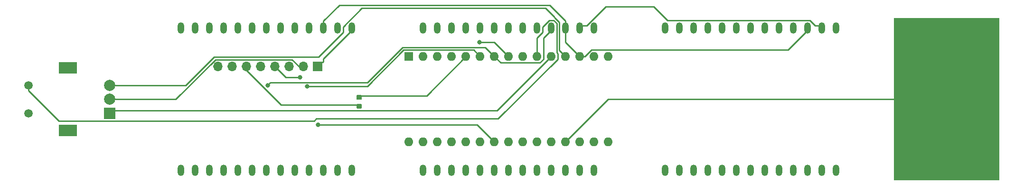
<source format=gbr>
G04 #@! TF.GenerationSoftware,KiCad,Pcbnew,(5.1.5)-3*
G04 #@! TF.CreationDate,2020-02-09T22:21:35-05:00*
G04 #@! TF.ProjectId,IEEE-Clock-Charlie,49454545-2d43-46c6-9f63-6b2d43686172,rev?*
G04 #@! TF.SameCoordinates,Original*
G04 #@! TF.FileFunction,Copper,L1,Top*
G04 #@! TF.FilePolarity,Positive*
%FSLAX46Y46*%
G04 Gerber Fmt 4.6, Leading zero omitted, Abs format (unit mm)*
G04 Created by KiCad (PCBNEW (5.1.5)-3) date 2020-02-09 22:21:35*
%MOMM*%
%LPD*%
G04 APERTURE LIST*
%ADD10O,1.700000X1.700000*%
%ADD11R,1.700000X1.700000*%
%ADD12O,1.200000X2.000000*%
%ADD13C,0.100000*%
%ADD14C,1.500000*%
%ADD15R,3.200000X2.000000*%
%ADD16C,2.000000*%
%ADD17R,2.000000X2.000000*%
%ADD18O,1.600000X1.600000*%
%ADD19R,1.600000X1.600000*%
%ADD20C,0.800000*%
%ADD21C,0.250000*%
G04 APERTURE END LIST*
D10*
X109474000Y-95758000D03*
X112014000Y-95758000D03*
X114554000Y-95758000D03*
X117094000Y-95758000D03*
X119634000Y-95758000D03*
X122174000Y-95758000D03*
X124714000Y-95758000D03*
D11*
X127254000Y-95758000D03*
D12*
X219710000Y-114300000D03*
X219710000Y-88900000D03*
X217170000Y-114300000D03*
X217170000Y-88900000D03*
X214630000Y-114300000D03*
X214630000Y-88900000D03*
X212090000Y-114300000D03*
X212090000Y-88900000D03*
X209550000Y-114300000D03*
X209550000Y-88900000D03*
X207010000Y-114300000D03*
X207010000Y-88900000D03*
X204470000Y-114300000D03*
X204470000Y-88900000D03*
X201930000Y-114300000D03*
X201930000Y-88900000D03*
X199390000Y-114300000D03*
X199390000Y-88900000D03*
X196850000Y-114300000D03*
X196850000Y-88900000D03*
X194310000Y-114300000D03*
X194310000Y-88900000D03*
X191770000Y-114300000D03*
X191770000Y-88900000D03*
X189230000Y-114300000D03*
X189230000Y-88900000D03*
X133350000Y-114300000D03*
X133350000Y-88900000D03*
X130810000Y-114300000D03*
X130810000Y-88900000D03*
X128270000Y-114300000D03*
X128270000Y-88900000D03*
X125730000Y-114300000D03*
X125730000Y-88900000D03*
X123190000Y-114300000D03*
X123190000Y-88900000D03*
X120650000Y-114300000D03*
X120650000Y-88900000D03*
X118110000Y-114300000D03*
X118110000Y-88900000D03*
X115570000Y-114300000D03*
X115570000Y-88900000D03*
X113030000Y-114300000D03*
X113030000Y-88900000D03*
X110490000Y-114300000D03*
X110490000Y-88900000D03*
X107950000Y-114300000D03*
X107950000Y-88900000D03*
X105410000Y-114300000D03*
X105410000Y-88900000D03*
X102870000Y-114300000D03*
X102870000Y-88900000D03*
X176530000Y-114300000D03*
X176530000Y-88900000D03*
X173990000Y-114300000D03*
X173990000Y-88900000D03*
X171450000Y-114300000D03*
X171450000Y-88900000D03*
X168910000Y-114300000D03*
X168910000Y-88900000D03*
X166370000Y-114300000D03*
X166370000Y-88900000D03*
X163830000Y-114300000D03*
X163830000Y-88900000D03*
X161290000Y-114300000D03*
X161290000Y-88900000D03*
X158750000Y-114300000D03*
X158750000Y-88900000D03*
X156210000Y-114300000D03*
X156210000Y-88900000D03*
X153670000Y-114300000D03*
X153670000Y-88900000D03*
X151130000Y-114300000D03*
X151130000Y-88900000D03*
X148590000Y-114300000D03*
X148590000Y-88900000D03*
X146050000Y-114300000D03*
X146050000Y-88900000D03*
G04 #@! TA.AperFunction,Conductor*
D13*
G36*
X248754755Y-87100961D02*
G01*
X248764134Y-87103806D01*
X248772779Y-87108427D01*
X248780355Y-87114645D01*
X248786573Y-87122221D01*
X248791194Y-87130866D01*
X248794039Y-87140245D01*
X248795000Y-87150000D01*
X248795000Y-116050000D01*
X248794039Y-116059755D01*
X248791194Y-116069134D01*
X248786573Y-116077779D01*
X248780355Y-116085355D01*
X248772779Y-116091573D01*
X248764134Y-116096194D01*
X248754755Y-116099039D01*
X248745000Y-116100000D01*
X230045000Y-116100000D01*
X230035245Y-116099039D01*
X230025866Y-116096194D01*
X230017221Y-116091573D01*
X230009645Y-116085355D01*
X230003427Y-116077779D01*
X229998806Y-116069134D01*
X229995961Y-116059755D01*
X229995000Y-116050000D01*
X229995000Y-87150000D01*
X229995961Y-87140245D01*
X229998806Y-87130866D01*
X230003427Y-87122221D01*
X230009645Y-87114645D01*
X230017221Y-87108427D01*
X230025866Y-87103806D01*
X230035245Y-87100961D01*
X230045000Y-87100000D01*
X248745000Y-87100000D01*
X248754755Y-87100961D01*
G37*
G04 #@! TD.AperFunction*
D14*
X75670000Y-99140000D03*
X75670000Y-104140000D03*
D15*
X82670000Y-96040000D03*
X82670000Y-107240000D03*
D16*
X90170000Y-99140000D03*
X90170000Y-101640000D03*
D17*
X90170000Y-104140000D03*
G04 #@! TA.AperFunction,SMDPad,CuDef*
D13*
G36*
X134897691Y-102433053D02*
G01*
X134918926Y-102436203D01*
X134939750Y-102441419D01*
X134959962Y-102448651D01*
X134979368Y-102457830D01*
X134997781Y-102468866D01*
X135015024Y-102481654D01*
X135030930Y-102496070D01*
X135045346Y-102511976D01*
X135058134Y-102529219D01*
X135069170Y-102547632D01*
X135078349Y-102567038D01*
X135085581Y-102587250D01*
X135090797Y-102608074D01*
X135093947Y-102629309D01*
X135095000Y-102650750D01*
X135095000Y-103088250D01*
X135093947Y-103109691D01*
X135090797Y-103130926D01*
X135085581Y-103151750D01*
X135078349Y-103171962D01*
X135069170Y-103191368D01*
X135058134Y-103209781D01*
X135045346Y-103227024D01*
X135030930Y-103242930D01*
X135015024Y-103257346D01*
X134997781Y-103270134D01*
X134979368Y-103281170D01*
X134959962Y-103290349D01*
X134939750Y-103297581D01*
X134918926Y-103302797D01*
X134897691Y-103305947D01*
X134876250Y-103307000D01*
X134363750Y-103307000D01*
X134342309Y-103305947D01*
X134321074Y-103302797D01*
X134300250Y-103297581D01*
X134280038Y-103290349D01*
X134260632Y-103281170D01*
X134242219Y-103270134D01*
X134224976Y-103257346D01*
X134209070Y-103242930D01*
X134194654Y-103227024D01*
X134181866Y-103209781D01*
X134170830Y-103191368D01*
X134161651Y-103171962D01*
X134154419Y-103151750D01*
X134149203Y-103130926D01*
X134146053Y-103109691D01*
X134145000Y-103088250D01*
X134145000Y-102650750D01*
X134146053Y-102629309D01*
X134149203Y-102608074D01*
X134154419Y-102587250D01*
X134161651Y-102567038D01*
X134170830Y-102547632D01*
X134181866Y-102529219D01*
X134194654Y-102511976D01*
X134209070Y-102496070D01*
X134224976Y-102481654D01*
X134242219Y-102468866D01*
X134260632Y-102457830D01*
X134280038Y-102448651D01*
X134300250Y-102441419D01*
X134321074Y-102436203D01*
X134342309Y-102433053D01*
X134363750Y-102432000D01*
X134876250Y-102432000D01*
X134897691Y-102433053D01*
G37*
G04 #@! TD.AperFunction*
G04 #@! TA.AperFunction,SMDPad,CuDef*
G36*
X134897691Y-100858053D02*
G01*
X134918926Y-100861203D01*
X134939750Y-100866419D01*
X134959962Y-100873651D01*
X134979368Y-100882830D01*
X134997781Y-100893866D01*
X135015024Y-100906654D01*
X135030930Y-100921070D01*
X135045346Y-100936976D01*
X135058134Y-100954219D01*
X135069170Y-100972632D01*
X135078349Y-100992038D01*
X135085581Y-101012250D01*
X135090797Y-101033074D01*
X135093947Y-101054309D01*
X135095000Y-101075750D01*
X135095000Y-101513250D01*
X135093947Y-101534691D01*
X135090797Y-101555926D01*
X135085581Y-101576750D01*
X135078349Y-101596962D01*
X135069170Y-101616368D01*
X135058134Y-101634781D01*
X135045346Y-101652024D01*
X135030930Y-101667930D01*
X135015024Y-101682346D01*
X134997781Y-101695134D01*
X134979368Y-101706170D01*
X134959962Y-101715349D01*
X134939750Y-101722581D01*
X134918926Y-101727797D01*
X134897691Y-101730947D01*
X134876250Y-101732000D01*
X134363750Y-101732000D01*
X134342309Y-101730947D01*
X134321074Y-101727797D01*
X134300250Y-101722581D01*
X134280038Y-101715349D01*
X134260632Y-101706170D01*
X134242219Y-101695134D01*
X134224976Y-101682346D01*
X134209070Y-101667930D01*
X134194654Y-101652024D01*
X134181866Y-101634781D01*
X134170830Y-101616368D01*
X134161651Y-101596962D01*
X134154419Y-101576750D01*
X134149203Y-101555926D01*
X134146053Y-101534691D01*
X134145000Y-101513250D01*
X134145000Y-101075750D01*
X134146053Y-101054309D01*
X134149203Y-101033074D01*
X134154419Y-101012250D01*
X134161651Y-100992038D01*
X134170830Y-100972632D01*
X134181866Y-100954219D01*
X134194654Y-100936976D01*
X134209070Y-100921070D01*
X134224976Y-100906654D01*
X134242219Y-100893866D01*
X134260632Y-100882830D01*
X134280038Y-100873651D01*
X134300250Y-100866419D01*
X134321074Y-100861203D01*
X134342309Y-100858053D01*
X134363750Y-100857000D01*
X134876250Y-100857000D01*
X134897691Y-100858053D01*
G37*
G04 #@! TD.AperFunction*
D18*
X179070000Y-109220000D03*
X179070000Y-93980000D03*
X143510000Y-109220000D03*
X176530000Y-93980000D03*
X146050000Y-109220000D03*
X173990000Y-93980000D03*
X148590000Y-109220000D03*
X171450000Y-93980000D03*
X151130000Y-109220000D03*
X168910000Y-93980000D03*
X153670000Y-109220000D03*
X166370000Y-93980000D03*
X156210000Y-109220000D03*
X163830000Y-93980000D03*
X158750000Y-109220000D03*
X161290000Y-93980000D03*
X161290000Y-109220000D03*
X158750000Y-93980000D03*
X163830000Y-109220000D03*
X156210000Y-93980000D03*
X166370000Y-109220000D03*
X153670000Y-93980000D03*
X168910000Y-109220000D03*
X151130000Y-93980000D03*
X171450000Y-109220000D03*
X148590000Y-93980000D03*
X173990000Y-109220000D03*
X146050000Y-93980000D03*
X176530000Y-109220000D03*
D19*
X143510000Y-93980000D03*
D20*
X124093300Y-97686200D03*
X127300400Y-106172000D03*
X156116900Y-91440000D03*
X118292900Y-99155000D03*
X125335500Y-99314000D03*
D21*
X124714000Y-95758000D02*
X123876300Y-95758000D01*
X123876300Y-95758000D02*
X122672600Y-94554300D01*
X122672600Y-94554300D02*
X120132600Y-94554300D01*
X120132600Y-94554300D02*
X117592600Y-94554300D01*
X117592600Y-94554300D02*
X115052600Y-94554300D01*
X115052600Y-94554300D02*
X112512600Y-94554300D01*
X112512600Y-94554300D02*
X109972600Y-94554300D01*
X109972600Y-94554300D02*
X108975400Y-94554300D01*
X108975400Y-94554300D02*
X101889700Y-101640000D01*
X101889700Y-101640000D02*
X90170000Y-101640000D01*
X217170000Y-88500000D02*
X217170000Y-88900000D01*
X215978700Y-88500000D02*
X217170000Y-88500000D01*
X215025000Y-87546300D02*
X215978700Y-88500000D01*
X189625000Y-87546300D02*
X215025000Y-87546300D01*
X173990000Y-88500000D02*
X175181300Y-88500000D01*
X173990000Y-88900000D02*
X173990000Y-88500000D01*
X175181300Y-88500000D02*
X178591300Y-85090000D01*
X178591300Y-85090000D02*
X187168700Y-85090000D01*
X187168700Y-85090000D02*
X189625000Y-87546300D01*
X124093300Y-97686200D02*
X121562200Y-97686200D01*
X121562200Y-97686200D02*
X119634000Y-95758000D01*
X134620000Y-102869500D02*
X134145800Y-102631600D01*
X134145800Y-102631600D02*
X120703600Y-102631600D01*
X120703600Y-102631600D02*
X117980700Y-99908700D01*
X117980700Y-99908700D02*
X117539200Y-99467200D01*
X117539200Y-99467200D02*
X114554000Y-96482000D01*
X114554000Y-96482000D02*
X114554000Y-95758000D01*
X230120000Y-108066300D02*
X239395000Y-101600000D01*
X230378000Y-101600000D02*
X231140000Y-101600000D01*
X229362000Y-101600000D02*
X241554000Y-101600000D01*
X229362000Y-101600000D02*
X230378000Y-101600000D01*
X239395000Y-101600000D02*
X229108000Y-101600000D01*
X229108000Y-101600000D02*
X229362000Y-101600000D01*
X179070000Y-101600000D02*
X229108000Y-101600000D01*
X171450000Y-109220000D02*
X179070000Y-101600000D01*
X214630000Y-88900000D02*
X214630000Y-89300000D01*
X214630000Y-89300000D02*
X211103700Y-92826300D01*
X211103700Y-92826300D02*
X176052100Y-92826300D01*
X176052100Y-92826300D02*
X174898400Y-93980000D01*
X174898400Y-93980000D02*
X173990000Y-93980000D01*
X173990000Y-93980000D02*
X171450000Y-91440000D01*
X171450000Y-91440000D02*
X171450000Y-89300000D01*
X171450000Y-89300000D02*
X171450000Y-88900000D01*
X171450000Y-87650000D02*
X171450000Y-88900000D01*
X131084000Y-84836000D02*
X168636000Y-84836000D01*
X168636000Y-84836000D02*
X171450000Y-87650000D01*
X128270000Y-88900000D02*
X128270000Y-87650000D01*
X128270000Y-87650000D02*
X131084000Y-84836000D01*
X170342400Y-92872400D02*
X171450000Y-93980000D01*
X131763700Y-88708300D02*
X135128000Y-85344000D01*
X170342400Y-87906700D02*
X170342400Y-92872400D01*
X131763700Y-89695000D02*
X131763700Y-88708300D01*
X127383100Y-94075600D02*
X131763700Y-89695000D01*
X169503300Y-87067600D02*
X170342400Y-87906700D01*
X108777100Y-94075600D02*
X127383100Y-94075600D01*
X90170000Y-99140000D02*
X103712700Y-99140000D01*
X103712700Y-99140000D02*
X108777100Y-94075600D01*
X135128000Y-85344000D02*
X167894000Y-85344000D01*
X167894000Y-85344000D02*
X169503300Y-86953300D01*
X169503300Y-86953300D02*
X169503300Y-87067600D01*
X133350000Y-88900000D02*
X133350000Y-89300000D01*
X133350000Y-89300000D02*
X128229000Y-94421000D01*
X128229000Y-94421000D02*
X128229000Y-94959800D01*
X128229000Y-94959800D02*
X128155800Y-95033000D01*
X128155800Y-95033000D02*
X128104000Y-95033000D01*
X128104000Y-95033000D02*
X127979000Y-95033000D01*
X127979000Y-95033000D02*
X127254000Y-95758000D01*
X168910000Y-93980000D02*
X159228500Y-103661500D01*
X159228500Y-103661500D02*
X91170000Y-103661500D01*
X91170000Y-103661500D02*
X91045000Y-103661500D01*
X91045000Y-103661500D02*
X90170000Y-104140000D01*
X81109700Y-105493700D02*
X75670000Y-100054000D01*
X75670000Y-100054000D02*
X75670000Y-99140000D01*
X126593600Y-105493700D02*
X81109700Y-105493700D01*
X126988200Y-105099100D02*
X126593600Y-105493700D01*
X168515000Y-87546300D02*
X169305000Y-87546300D01*
X167323700Y-88737600D02*
X168515000Y-87546300D01*
X167323700Y-89695000D02*
X167323700Y-88737600D01*
X166370000Y-93980000D02*
X166370000Y-90648700D01*
X169863700Y-93302100D02*
X170063700Y-93502100D01*
X166370000Y-90648700D02*
X167323700Y-89695000D01*
X169305000Y-87546300D02*
X169863700Y-88105000D01*
X170063700Y-93502100D02*
X170063700Y-94457900D01*
X169863700Y-88105000D02*
X169863700Y-93302100D01*
X170063700Y-94457900D02*
X159422500Y-105099100D01*
X159422500Y-105099100D02*
X126988200Y-105099100D01*
X155702000Y-106172000D02*
X127866085Y-106172000D01*
X158750000Y-109220000D02*
X155702000Y-106172000D01*
X127866085Y-106172000D02*
X127300400Y-106172000D01*
X156261806Y-91440000D02*
X156116900Y-91584906D01*
X161290000Y-93980000D02*
X158750000Y-91440000D01*
X158750000Y-91440000D02*
X156261806Y-91440000D01*
X168910000Y-88900000D02*
X168910000Y-89300000D01*
X168910000Y-89300000D02*
X167523700Y-90686300D01*
X167523700Y-90686300D02*
X167523700Y-94457900D01*
X167523700Y-94457900D02*
X166847900Y-95133700D01*
X166847900Y-95133700D02*
X161767900Y-95133700D01*
X161767900Y-95133700D02*
X160812100Y-95133700D01*
X160812100Y-95133700D02*
X159903700Y-95133700D01*
X159903700Y-95133700D02*
X158750000Y-93980000D01*
X118811301Y-98636599D02*
X118692899Y-98755001D01*
X158750000Y-93980000D02*
X157117600Y-92347600D01*
X136076201Y-98636599D02*
X118811301Y-98636599D01*
X118692899Y-98755001D02*
X118292900Y-99155000D01*
X157117600Y-92347600D02*
X142365200Y-92347600D01*
X142365200Y-92347600D02*
X136076201Y-98636599D01*
X156210000Y-93980000D02*
X155056300Y-92826300D01*
X142563500Y-92826300D02*
X136075800Y-99314000D01*
X125901185Y-99314000D02*
X125335500Y-99314000D01*
X155056300Y-92826300D02*
X142563500Y-92826300D01*
X136075800Y-99314000D02*
X125901185Y-99314000D01*
X153670000Y-93980000D02*
X146667300Y-100982700D01*
X146667300Y-100982700D02*
X135075200Y-100982700D01*
X135075200Y-100982700D02*
X135074600Y-100983300D01*
X135074600Y-100983300D02*
X135074500Y-100983300D01*
X135074500Y-100983300D02*
X134620000Y-101294500D01*
M02*

</source>
